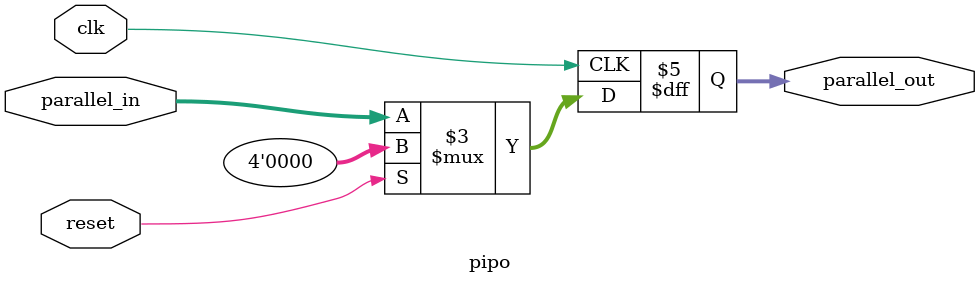
<source format=v>
`timescale 1ns / 1ps
module pipo(
    input clk, reset, 
    input [3:0] parallel_in,  
    output reg [3:0] parallel_out 
);

    always @(posedge clk) begin
        if (reset) begin
            parallel_out <= 4'b0000; 
        end 
        else begin
            parallel_out <= parallel_in; // Load parallel input into parallel output
        end
    end
endmodule
</source>
